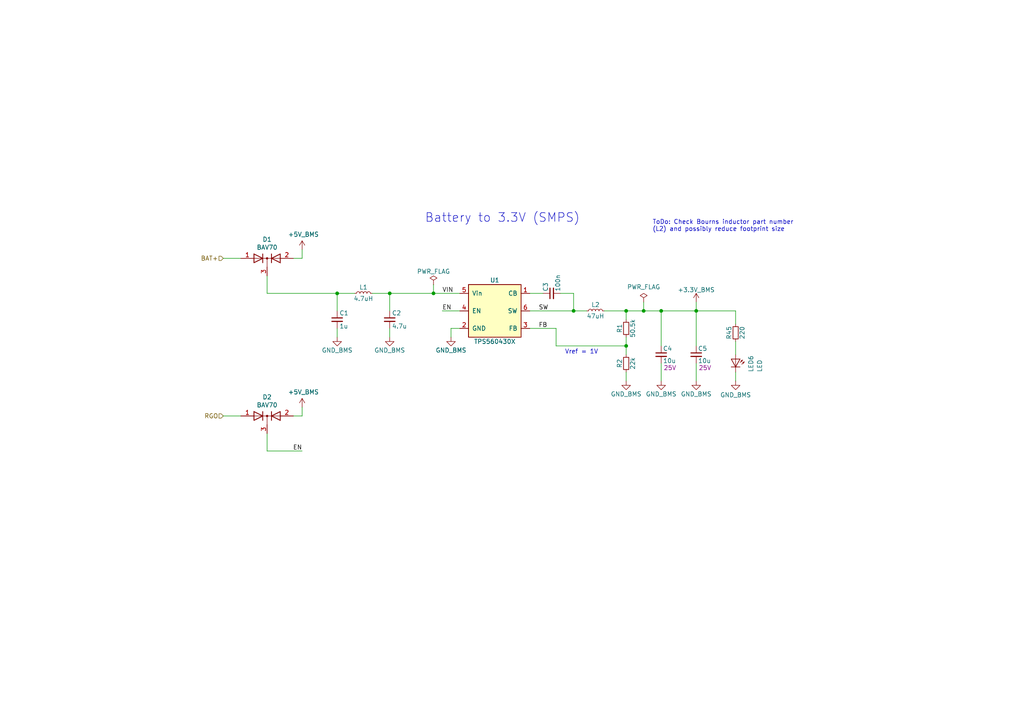
<source format=kicad_sch>
(kicad_sch
	(version 20250114)
	(generator "eeschema")
	(generator_version "9.0")
	(uuid "3393232d-615b-43d6-8911-68065acd57ad")
	(paper "A4")
	(lib_symbols
		(symbol "Device:L_Small"
			(pin_numbers
				(hide yes)
			)
			(pin_names
				(offset 0.254)
				(hide yes)
			)
			(exclude_from_sim no)
			(in_bom yes)
			(on_board yes)
			(property "Reference" "L"
				(at 0.762 1.016 0)
				(effects
					(font
						(size 1.27 1.27)
					)
					(justify left)
				)
			)
			(property "Value" "L_Small"
				(at 0.762 -1.016 0)
				(effects
					(font
						(size 1.27 1.27)
					)
					(justify left)
				)
			)
			(property "Footprint" ""
				(at 0 0 0)
				(effects
					(font
						(size 1.27 1.27)
					)
					(hide yes)
				)
			)
			(property "Datasheet" "~"
				(at 0 0 0)
				(effects
					(font
						(size 1.27 1.27)
					)
					(hide yes)
				)
			)
			(property "Description" "Inductor, small symbol"
				(at 0 0 0)
				(effects
					(font
						(size 1.27 1.27)
					)
					(hide yes)
				)
			)
			(property "ki_keywords" "inductor choke coil reactor magnetic"
				(at 0 0 0)
				(effects
					(font
						(size 1.27 1.27)
					)
					(hide yes)
				)
			)
			(property "ki_fp_filters" "Choke_* *Coil* Inductor_* L_*"
				(at 0 0 0)
				(effects
					(font
						(size 1.27 1.27)
					)
					(hide yes)
				)
			)
			(symbol "L_Small_0_1"
				(arc
					(start 0 2.032)
					(mid 0.5058 1.524)
					(end 0 1.016)
					(stroke
						(width 0)
						(type default)
					)
					(fill
						(type none)
					)
				)
				(arc
					(start 0 1.016)
					(mid 0.5058 0.508)
					(end 0 0)
					(stroke
						(width 0)
						(type default)
					)
					(fill
						(type none)
					)
				)
				(arc
					(start 0 0)
					(mid 0.5058 -0.508)
					(end 0 -1.016)
					(stroke
						(width 0)
						(type default)
					)
					(fill
						(type none)
					)
				)
				(arc
					(start 0 -1.016)
					(mid 0.5058 -1.524)
					(end 0 -2.032)
					(stroke
						(width 0)
						(type default)
					)
					(fill
						(type none)
					)
				)
			)
			(symbol "L_Small_1_1"
				(pin passive line
					(at 0 2.54 270)
					(length 0.508)
					(name "~"
						(effects
							(font
								(size 1.27 1.27)
							)
						)
					)
					(number "1"
						(effects
							(font
								(size 1.27 1.27)
							)
						)
					)
				)
				(pin passive line
					(at 0 -2.54 90)
					(length 0.508)
					(name "~"
						(effects
							(font
								(size 1.27 1.27)
							)
						)
					)
					(number "2"
						(effects
							(font
								(size 1.27 1.27)
							)
						)
					)
				)
			)
			(embedded_fonts no)
		)
		(symbol "Diode:BAV70"
			(pin_names
				(hide yes)
			)
			(exclude_from_sim no)
			(in_bom yes)
			(on_board yes)
			(property "Reference" "D"
				(at 0.635 -2.54 0)
				(effects
					(font
						(size 1.27 1.27)
					)
					(justify left)
				)
			)
			(property "Value" "BAV70"
				(at 0 2.54 0)
				(effects
					(font
						(size 1.27 1.27)
					)
				)
			)
			(property "Footprint" "Package_TO_SOT_SMD:SOT-23"
				(at 0 0 0)
				(effects
					(font
						(size 1.27 1.27)
					)
					(hide yes)
				)
			)
			(property "Datasheet" "https://assets.nexperia.com/documents/data-sheet/BAV70_SER.pdf"
				(at 0 0 0)
				(effects
					(font
						(size 1.27 1.27)
					)
					(hide yes)
				)
			)
			(property "Description" "Dual 100V 215mA high-speed switching diodes, common cathode, SOT-23"
				(at 0 0 0)
				(effects
					(font
						(size 1.27 1.27)
					)
					(hide yes)
				)
			)
			(property "ki_keywords" "diode"
				(at 0 0 0)
				(effects
					(font
						(size 1.27 1.27)
					)
					(hide yes)
				)
			)
			(property "ki_fp_filters" "SOT?23*"
				(at 0 0 0)
				(effects
					(font
						(size 1.27 1.27)
					)
					(hide yes)
				)
			)
			(symbol "BAV70_0_1"
				(polyline
					(pts
						(xy -3.81 1.27) (xy -1.27 0) (xy -3.81 -1.27) (xy -3.81 1.27) (xy -3.81 1.27) (xy -3.81 1.27)
					)
					(stroke
						(width 0.254)
						(type default)
					)
					(fill
						(type none)
					)
				)
				(polyline
					(pts
						(xy -3.81 0) (xy 3.81 0)
					)
					(stroke
						(width 0)
						(type default)
					)
					(fill
						(type none)
					)
				)
				(polyline
					(pts
						(xy -1.27 -1.27) (xy -1.27 1.27) (xy -1.27 1.27)
					)
					(stroke
						(width 0.254)
						(type default)
					)
					(fill
						(type none)
					)
				)
				(polyline
					(pts
						(xy 0 0) (xy 0 -2.54)
					)
					(stroke
						(width 0)
						(type default)
					)
					(fill
						(type none)
					)
				)
				(circle
					(center 0 0)
					(radius 0.254)
					(stroke
						(width 0)
						(type default)
					)
					(fill
						(type outline)
					)
				)
				(polyline
					(pts
						(xy 1.27 -1.27) (xy 1.27 1.27) (xy 1.27 1.27)
					)
					(stroke
						(width 0.254)
						(type default)
					)
					(fill
						(type none)
					)
				)
				(polyline
					(pts
						(xy 3.81 -1.27) (xy 1.27 0) (xy 3.81 1.27) (xy 3.81 -1.27) (xy 3.81 -1.27) (xy 3.81 -1.27)
					)
					(stroke
						(width 0.254)
						(type default)
					)
					(fill
						(type none)
					)
				)
				(pin passive line
					(at -7.62 0 0)
					(length 3.81)
					(name "A"
						(effects
							(font
								(size 1.27 1.27)
							)
						)
					)
					(number "1"
						(effects
							(font
								(size 1.27 1.27)
							)
						)
					)
				)
				(pin passive line
					(at 0 -5.08 90)
					(length 2.54)
					(name "K"
						(effects
							(font
								(size 1.27 1.27)
							)
						)
					)
					(number "3"
						(effects
							(font
								(size 1.27 1.27)
							)
						)
					)
				)
				(pin passive line
					(at 7.62 0 180)
					(length 3.81)
					(name "A"
						(effects
							(font
								(size 1.27 1.27)
							)
						)
					)
					(number "2"
						(effects
							(font
								(size 1.27 1.27)
							)
						)
					)
				)
			)
			(embedded_fonts no)
		)
		(symbol "LibreSolar:LMR16006"
			(pin_names
				(offset 1.016)
			)
			(exclude_from_sim no)
			(in_bom yes)
			(on_board yes)
			(property "Reference" "U"
				(at 0 8.89 0)
				(effects
					(font
						(size 1.27 1.27)
					)
				)
			)
			(property "Value" "LMR16006"
				(at 0 -8.89 0)
				(effects
					(font
						(size 1.27 1.27)
					)
				)
			)
			(property "Footprint" "TO_SOT_Packages_SMD:SOT-23-6"
				(at 0 -11.43 0)
				(effects
					(font
						(size 1.27 1.27)
					)
					(hide yes)
				)
			)
			(property "Datasheet" ""
				(at -10.16 10.16 0)
				(effects
					(font
						(size 1.27 1.27)
					)
				)
			)
			(property "Description" "SIMPLE SWITCHER® 4V to 60V, 600mA Step-Down Regulator with Low Iq"
				(at 0 0 0)
				(effects
					(font
						(size 1.27 1.27)
					)
					(hide yes)
				)
			)
			(property "ki_keywords" "switching buck converter power-supply voltage regulator"
				(at 0 0 0)
				(effects
					(font
						(size 1.27 1.27)
					)
					(hide yes)
				)
			)
			(property "ki_fp_filters" "SOT-23-*"
				(at 0 0 0)
				(effects
					(font
						(size 1.27 1.27)
					)
					(hide yes)
				)
			)
			(symbol "LMR16006_0_1"
				(rectangle
					(start -7.62 7.62)
					(end 7.62 -7.62)
					(stroke
						(width 0.254)
						(type default)
					)
					(fill
						(type background)
					)
				)
			)
			(symbol "LMR16006_1_1"
				(pin power_in line
					(at -10.16 5.08 0)
					(length 2.54)
					(name "Vin"
						(effects
							(font
								(size 1.27 1.27)
							)
						)
					)
					(number "5"
						(effects
							(font
								(size 1.27 1.27)
							)
						)
					)
				)
				(pin input line
					(at -10.16 0 0)
					(length 2.54)
					(name "EN"
						(effects
							(font
								(size 1.27 1.27)
							)
						)
					)
					(number "4"
						(effects
							(font
								(size 1.27 1.27)
							)
						)
					)
				)
				(pin power_in line
					(at -10.16 -5.08 0)
					(length 2.54)
					(name "GND"
						(effects
							(font
								(size 1.27 1.27)
							)
						)
					)
					(number "2"
						(effects
							(font
								(size 1.27 1.27)
							)
						)
					)
				)
				(pin output line
					(at 10.16 5.08 180)
					(length 2.54)
					(name "CB"
						(effects
							(font
								(size 1.27 1.27)
							)
						)
					)
					(number "1"
						(effects
							(font
								(size 1.27 1.27)
							)
						)
					)
				)
				(pin bidirectional line
					(at 10.16 0 180)
					(length 2.54)
					(name "SW"
						(effects
							(font
								(size 1.27 1.27)
							)
						)
					)
					(number "6"
						(effects
							(font
								(size 1.27 1.27)
							)
						)
					)
				)
				(pin input line
					(at 10.16 -5.08 180)
					(length 2.54)
					(name "FB"
						(effects
							(font
								(size 1.27 1.27)
							)
						)
					)
					(number "3"
						(effects
							(font
								(size 1.27 1.27)
							)
						)
					)
				)
			)
			(embedded_fonts no)
		)
		(symbol "Project:C"
			(pin_numbers
				(hide yes)
			)
			(pin_names
				(offset 0.254)
				(hide yes)
			)
			(exclude_from_sim no)
			(in_bom yes)
			(on_board yes)
			(property "Reference" "C"
				(at 0.635 1.905 0)
				(effects
					(font
						(size 1.27 1.27)
					)
					(justify left)
				)
			)
			(property "Value" "C"
				(at 0.635 -1.905 0)
				(effects
					(font
						(size 1.27 1.27)
					)
					(justify left)
				)
			)
			(property "Footprint" ""
				(at 0 -5.08 0)
				(effects
					(font
						(size 1.27 1.27)
					)
					(hide yes)
				)
			)
			(property "Datasheet" ""
				(at 0.635 1.905 0)
				(effects
					(font
						(size 1.27 1.27)
					)
				)
			)
			(property "Description" "Unpolarized capacitor"
				(at 0 0 0)
				(effects
					(font
						(size 1.27 1.27)
					)
					(hide yes)
				)
			)
			(property "ki_fp_filters" "C? C_????_* C_???? SMD*_c Capacitor*"
				(at 0 0 0)
				(effects
					(font
						(size 1.27 1.27)
					)
					(hide yes)
				)
			)
			(symbol "C_0_1"
				(polyline
					(pts
						(xy -1.524 0.508) (xy 0 0.508) (xy 1.524 0.508)
					)
					(stroke
						(width 0.3048)
						(type solid)
					)
					(fill
						(type none)
					)
				)
				(polyline
					(pts
						(xy -1.524 -0.508) (xy 1.524 -0.508)
					)
					(stroke
						(width 0.3302)
						(type solid)
					)
					(fill
						(type none)
					)
				)
			)
			(symbol "C_1_1"
				(pin passive line
					(at 0 2.54 270)
					(length 1.905)
					(name "~"
						(effects
							(font
								(size 1.016 1.016)
							)
						)
					)
					(number "1"
						(effects
							(font
								(size 1.016 1.016)
							)
						)
					)
				)
				(pin passive line
					(at 0 -2.54 90)
					(length 2.032)
					(name "~"
						(effects
							(font
								(size 1.016 1.016)
							)
						)
					)
					(number "2"
						(effects
							(font
								(size 1.016 1.016)
							)
						)
					)
				)
			)
			(embedded_fonts no)
		)
		(symbol "Project:D_LED"
			(pin_numbers
				(hide yes)
			)
			(pin_names
				(offset 1.016)
				(hide yes)
			)
			(exclude_from_sim no)
			(in_bom yes)
			(on_board yes)
			(property "Reference" "D"
				(at 3.175 1.27 0)
				(effects
					(font
						(size 1.27 1.27)
					)
					(justify left)
				)
			)
			(property "Value" "D_LED"
				(at 3.175 -1.27 0)
				(effects
					(font
						(size 1.27 1.27)
					)
					(justify left)
				)
			)
			(property "Footprint" ""
				(at 0.635 -1.27 0)
				(effects
					(font
						(size 1.27 1.27)
					)
					(hide yes)
				)
			)
			(property "Datasheet" ""
				(at 3.175 1.27 0)
				(effects
					(font
						(size 1.27 1.27)
					)
					(hide yes)
				)
			)
			(property "Description" ""
				(at 0 0 0)
				(effects
					(font
						(size 1.27 1.27)
					)
					(hide yes)
				)
			)
			(property "ki_fp_filters" "LED*"
				(at 0 0 0)
				(effects
					(font
						(size 1.27 1.27)
					)
					(hide yes)
				)
			)
			(symbol "D_LED_0_1"
				(polyline
					(pts
						(xy 0 -1.27) (xy 0 1.27)
					)
					(stroke
						(width 0)
						(type solid)
					)
					(fill
						(type none)
					)
				)
				(polyline
					(pts
						(xy 1.27 1.27) (xy -1.27 1.27) (xy 0 -1.016) (xy 1.27 1.27)
					)
					(stroke
						(width 0.2032)
						(type solid)
					)
					(fill
						(type none)
					)
				)
				(polyline
					(pts
						(xy 1.27 0.254) (xy 1.524 0.508) (xy 2.032 1.016) (xy 1.524 0.762) (xy 2.032 1.016) (xy 1.778 0.508)
					)
					(stroke
						(width 0)
						(type solid)
					)
					(fill
						(type none)
					)
				)
				(polyline
					(pts
						(xy 1.27 -1.016) (xy -1.27 -1.016)
					)
					(stroke
						(width 0.2032)
						(type solid)
					)
					(fill
						(type none)
					)
				)
				(polyline
					(pts
						(xy 1.778 -0.254) (xy 2.54 0.508) (xy 2.032 0.254) (xy 2.54 0.508) (xy 2.286 0)
					)
					(stroke
						(width 0)
						(type solid)
					)
					(fill
						(type none)
					)
				)
			)
			(symbol "D_LED_1_1"
				(pin passive line
					(at 0 2.54 270)
					(length 1.27)
					(name "A"
						(effects
							(font
								(size 1.27 1.27)
							)
						)
					)
					(number "2"
						(effects
							(font
								(size 1.27 1.27)
							)
						)
					)
				)
				(pin passive line
					(at 0 -2.54 90)
					(length 1.27)
					(name "K"
						(effects
							(font
								(size 1.27 1.27)
							)
						)
					)
					(number "1"
						(effects
							(font
								(size 1.27 1.27)
							)
						)
					)
				)
			)
			(embedded_fonts no)
		)
		(symbol "Project:R"
			(pin_numbers
				(hide yes)
			)
			(pin_names
				(offset 0.254)
				(hide yes)
			)
			(exclude_from_sim no)
			(in_bom yes)
			(on_board yes)
			(property "Reference" "R"
				(at -1.905 0 90)
				(effects
					(font
						(size 1.27 1.27)
					)
				)
			)
			(property "Value" "R"
				(at 1.905 0 90)
				(effects
					(font
						(size 1.27 1.27)
					)
				)
			)
			(property "Footprint" ""
				(at -4.445 -2.54 90)
				(effects
					(font
						(size 1.27 1.27)
					)
					(hide yes)
				)
			)
			(property "Datasheet" ""
				(at 0 0 0)
				(effects
					(font
						(size 1.27 1.27)
					)
				)
			)
			(property "Description" "Resistor"
				(at 0 0 0)
				(effects
					(font
						(size 1.27 1.27)
					)
					(hide yes)
				)
			)
			(property "ki_fp_filters" "Resistor_* R_*"
				(at 0 0 0)
				(effects
					(font
						(size 1.27 1.27)
					)
					(hide yes)
				)
			)
			(symbol "R_0_1"
				(rectangle
					(start -0.762 1.778)
					(end 0.762 -1.778)
					(stroke
						(width 0.2032)
						(type solid)
					)
					(fill
						(type none)
					)
				)
			)
			(symbol "R_1_1"
				(pin passive line
					(at 0 2.54 270)
					(length 0.762)
					(name "~"
						(effects
							(font
								(size 1.016 1.016)
							)
						)
					)
					(number "1"
						(effects
							(font
								(size 1.016 1.016)
							)
						)
					)
				)
				(pin passive line
					(at 0 -2.54 90)
					(length 0.762)
					(name "~"
						(effects
							(font
								(size 1.016 1.016)
							)
						)
					)
					(number "2"
						(effects
							(font
								(size 1.016 1.016)
							)
						)
					)
				)
			)
			(embedded_fonts no)
		)
		(symbol "bms-8s50-ic-rescue:+3.3V-power"
			(power)
			(pin_names
				(offset 0)
			)
			(exclude_from_sim no)
			(in_bom yes)
			(on_board yes)
			(property "Reference" "#PWR"
				(at 0 -3.81 0)
				(effects
					(font
						(size 1.27 1.27)
					)
					(hide yes)
				)
			)
			(property "Value" "power_+3.3V"
				(at 0 3.556 0)
				(effects
					(font
						(size 1.27 1.27)
					)
				)
			)
			(property "Footprint" ""
				(at 0 0 0)
				(effects
					(font
						(size 1.27 1.27)
					)
					(hide yes)
				)
			)
			(property "Datasheet" ""
				(at 0 0 0)
				(effects
					(font
						(size 1.27 1.27)
					)
					(hide yes)
				)
			)
			(property "Description" ""
				(at 0 0 0)
				(effects
					(font
						(size 1.27 1.27)
					)
					(hide yes)
				)
			)
			(symbol "+3.3V-power_0_1"
				(polyline
					(pts
						(xy -0.762 1.27) (xy 0 2.54)
					)
					(stroke
						(width 0)
						(type solid)
					)
					(fill
						(type none)
					)
				)
				(polyline
					(pts
						(xy 0 2.54) (xy 0.762 1.27)
					)
					(stroke
						(width 0)
						(type solid)
					)
					(fill
						(type none)
					)
				)
				(polyline
					(pts
						(xy 0 0) (xy 0 2.54)
					)
					(stroke
						(width 0)
						(type solid)
					)
					(fill
						(type none)
					)
				)
			)
			(symbol "+3.3V-power_1_1"
				(pin power_in line
					(at 0 0 90)
					(length 0)
					(hide yes)
					(name "+3V3"
						(effects
							(font
								(size 1.27 1.27)
							)
						)
					)
					(number "1"
						(effects
							(font
								(size 1.27 1.27)
							)
						)
					)
				)
			)
			(embedded_fonts no)
		)
		(symbol "bms-8s50-ic-rescue:+5V-power"
			(power)
			(pin_names
				(offset 0)
			)
			(exclude_from_sim no)
			(in_bom yes)
			(on_board yes)
			(property "Reference" "#PWR"
				(at 0 -3.81 0)
				(effects
					(font
						(size 1.27 1.27)
					)
					(hide yes)
				)
			)
			(property "Value" "power_+5V"
				(at 0 3.556 0)
				(effects
					(font
						(size 1.27 1.27)
					)
				)
			)
			(property "Footprint" ""
				(at 0 0 0)
				(effects
					(font
						(size 1.27 1.27)
					)
					(hide yes)
				)
			)
			(property "Datasheet" ""
				(at 0 0 0)
				(effects
					(font
						(size 1.27 1.27)
					)
					(hide yes)
				)
			)
			(property "Description" ""
				(at 0 0 0)
				(effects
					(font
						(size 1.27 1.27)
					)
					(hide yes)
				)
			)
			(symbol "+5V-power_0_1"
				(polyline
					(pts
						(xy -0.762 1.27) (xy 0 2.54)
					)
					(stroke
						(width 0)
						(type solid)
					)
					(fill
						(type none)
					)
				)
				(polyline
					(pts
						(xy 0 2.54) (xy 0.762 1.27)
					)
					(stroke
						(width 0)
						(type solid)
					)
					(fill
						(type none)
					)
				)
				(polyline
					(pts
						(xy 0 0) (xy 0 2.54)
					)
					(stroke
						(width 0)
						(type solid)
					)
					(fill
						(type none)
					)
				)
			)
			(symbol "+5V-power_1_1"
				(pin power_in line
					(at 0 0 90)
					(length 0)
					(hide yes)
					(name "+5V"
						(effects
							(font
								(size 1.27 1.27)
							)
						)
					)
					(number "1"
						(effects
							(font
								(size 1.27 1.27)
							)
						)
					)
				)
			)
			(embedded_fonts no)
		)
		(symbol "bms-8s50-ic-rescue:GND-power"
			(power)
			(pin_names
				(offset 0)
			)
			(exclude_from_sim no)
			(in_bom yes)
			(on_board yes)
			(property "Reference" "#PWR"
				(at 0 -6.35 0)
				(effects
					(font
						(size 1.27 1.27)
					)
					(hide yes)
				)
			)
			(property "Value" "power_GND"
				(at 0 -3.81 0)
				(effects
					(font
						(size 1.27 1.27)
					)
				)
			)
			(property "Footprint" ""
				(at 0 0 0)
				(effects
					(font
						(size 1.27 1.27)
					)
					(hide yes)
				)
			)
			(property "Datasheet" ""
				(at 0 0 0)
				(effects
					(font
						(size 1.27 1.27)
					)
					(hide yes)
				)
			)
			(property "Description" ""
				(at 0 0 0)
				(effects
					(font
						(size 1.27 1.27)
					)
					(hide yes)
				)
			)
			(symbol "GND-power_0_1"
				(polyline
					(pts
						(xy 0 0) (xy 0 -1.27) (xy 1.27 -1.27) (xy 0 -2.54) (xy -1.27 -1.27) (xy 0 -1.27)
					)
					(stroke
						(width 0)
						(type solid)
					)
					(fill
						(type none)
					)
				)
			)
			(symbol "GND-power_1_1"
				(pin power_in line
					(at 0 0 270)
					(length 0)
					(hide yes)
					(name "GND"
						(effects
							(font
								(size 1.27 1.27)
							)
						)
					)
					(number "1"
						(effects
							(font
								(size 1.27 1.27)
							)
						)
					)
				)
			)
			(embedded_fonts no)
		)
		(symbol "bms-8s50-ic-rescue:PWR_FLAG-power"
			(power)
			(pin_numbers
				(hide yes)
			)
			(pin_names
				(offset 0)
				(hide yes)
			)
			(exclude_from_sim no)
			(in_bom yes)
			(on_board yes)
			(property "Reference" "#FLG"
				(at 0 1.905 0)
				(effects
					(font
						(size 1.27 1.27)
					)
					(hide yes)
				)
			)
			(property "Value" "power_PWR_FLAG"
				(at 0 3.81 0)
				(effects
					(font
						(size 1.27 1.27)
					)
				)
			)
			(property "Footprint" ""
				(at 0 0 0)
				(effects
					(font
						(size 1.27 1.27)
					)
					(hide yes)
				)
			)
			(property "Datasheet" ""
				(at 0 0 0)
				(effects
					(font
						(size 1.27 1.27)
					)
					(hide yes)
				)
			)
			(property "Description" ""
				(at 0 0 0)
				(effects
					(font
						(size 1.27 1.27)
					)
					(hide yes)
				)
			)
			(symbol "PWR_FLAG-power_0_0"
				(pin power_out line
					(at 0 0 90)
					(length 0)
					(name "pwr"
						(effects
							(font
								(size 1.27 1.27)
							)
						)
					)
					(number "1"
						(effects
							(font
								(size 1.27 1.27)
							)
						)
					)
				)
			)
			(symbol "PWR_FLAG-power_0_1"
				(polyline
					(pts
						(xy 0 0) (xy 0 1.27) (xy -1.016 1.905) (xy 0 2.54) (xy 1.016 1.905) (xy 0 1.27)
					)
					(stroke
						(width 0)
						(type solid)
					)
					(fill
						(type none)
					)
				)
			)
			(embedded_fonts no)
		)
		(symbol "power:GND"
			(power)
			(pin_numbers
				(hide yes)
			)
			(pin_names
				(offset 0)
				(hide yes)
			)
			(exclude_from_sim no)
			(in_bom yes)
			(on_board yes)
			(property "Reference" "#PWR"
				(at 0 -6.35 0)
				(effects
					(font
						(size 1.27 1.27)
					)
					(hide yes)
				)
			)
			(property "Value" "GND"
				(at 0 -3.81 0)
				(effects
					(font
						(size 1.27 1.27)
					)
				)
			)
			(property "Footprint" ""
				(at 0 0 0)
				(effects
					(font
						(size 1.27 1.27)
					)
					(hide yes)
				)
			)
			(property "Datasheet" ""
				(at 0 0 0)
				(effects
					(font
						(size 1.27 1.27)
					)
					(hide yes)
				)
			)
			(property "Description" "Power symbol creates a global label with name \"GND\" , ground"
				(at 0 0 0)
				(effects
					(font
						(size 1.27 1.27)
					)
					(hide yes)
				)
			)
			(property "ki_keywords" "global power"
				(at 0 0 0)
				(effects
					(font
						(size 1.27 1.27)
					)
					(hide yes)
				)
			)
			(symbol "GND_0_1"
				(polyline
					(pts
						(xy 0 0) (xy 0 -1.27) (xy 1.27 -1.27) (xy 0 -2.54) (xy -1.27 -1.27) (xy 0 -1.27)
					)
					(stroke
						(width 0)
						(type default)
					)
					(fill
						(type none)
					)
				)
			)
			(symbol "GND_1_1"
				(pin power_in line
					(at 0 0 270)
					(length 0)
					(name "~"
						(effects
							(font
								(size 1.27 1.27)
							)
						)
					)
					(number "1"
						(effects
							(font
								(size 1.27 1.27)
							)
						)
					)
				)
			)
			(embedded_fonts no)
		)
	)
	(text "ToDo: Check Bourns inductor part number\n(L2) and possibly reduce footprint size"
		(exclude_from_sim no)
		(at 189.23 67.31 0)
		(effects
			(font
				(size 1.27 1.27)
			)
			(justify left bottom)
		)
		(uuid "8bd12db5-9df9-4e9d-b0bb-5a45d7310d75")
	)
	(text "Battery to 3.3V (SMPS)"
		(exclude_from_sim no)
		(at 123.19 64.77 0)
		(effects
			(font
				(size 2.54 2.54)
			)
			(justify left bottom)
		)
		(uuid "ec7601d3-8862-4bdf-b569-aa5d1cc6519d")
	)
	(text "Vref = 1V"
		(exclude_from_sim no)
		(at 163.83 102.87 0)
		(effects
			(font
				(size 1.27 1.27)
			)
			(justify left bottom)
		)
		(uuid "f697f665-ad61-4237-9572-f7a7a77f11ad")
	)
	(junction
		(at 97.79 85.09)
		(diameter 0)
		(color 0 0 0 0)
		(uuid "05a27e99-7514-430b-add3-3a0203c48a68")
	)
	(junction
		(at 201.93 90.17)
		(diameter 0)
		(color 0 0 0 0)
		(uuid "1aa8ffcf-f513-479b-ac0c-5ed04e453549")
	)
	(junction
		(at 186.69 90.17)
		(diameter 0)
		(color 0 0 0 0)
		(uuid "27db5171-ff89-4944-a99b-c52b720dc462")
	)
	(junction
		(at 166.37 90.17)
		(diameter 0)
		(color 0 0 0 0)
		(uuid "4a4004a0-fd47-45ce-a73a-02b0afdf55fd")
	)
	(junction
		(at 181.61 90.17)
		(diameter 0)
		(color 0 0 0 0)
		(uuid "6fc39f1e-eae8-4b5e-8424-e7aa8796950e")
	)
	(junction
		(at 191.77 90.17)
		(diameter 0)
		(color 0 0 0 0)
		(uuid "78717f9b-bc26-4fde-b296-71725dfcaa4a")
	)
	(junction
		(at 125.73 85.09)
		(diameter 0)
		(color 0 0 0 0)
		(uuid "889c336b-c61c-4bfa-b362-96f60bb6ee99")
	)
	(junction
		(at 113.03 85.09)
		(diameter 0)
		(color 0 0 0 0)
		(uuid "d2fbf69a-96f7-41ea-aa1a-d829170091ea")
	)
	(junction
		(at 181.61 100.33)
		(diameter 0)
		(color 0 0 0 0)
		(uuid "f0c8b0f1-6736-4e15-840a-64344702312f")
	)
	(wire
		(pts
			(xy 133.35 90.17) (xy 128.27 90.17)
		)
		(stroke
			(width 0)
			(type default)
		)
		(uuid "03bb36b5-637d-4a3f-888c-366850c4826e")
	)
	(wire
		(pts
			(xy 77.47 85.09) (xy 97.79 85.09)
		)
		(stroke
			(width 0)
			(type default)
		)
		(uuid "080a1bf9-5847-4dfd-bbca-27ecdfd8d945")
	)
	(wire
		(pts
			(xy 191.77 90.17) (xy 191.77 100.33)
		)
		(stroke
			(width 0)
			(type default)
		)
		(uuid "0ba8d69c-c31c-49da-928d-c709e77bddbf")
	)
	(wire
		(pts
			(xy 113.03 85.09) (xy 125.73 85.09)
		)
		(stroke
			(width 0)
			(type default)
		)
		(uuid "0ff9a581-8ca1-48eb-8629-9e2443790a74")
	)
	(wire
		(pts
			(xy 113.03 90.17) (xy 113.03 85.09)
		)
		(stroke
			(width 0)
			(type default)
		)
		(uuid "10c289d4-8343-4e07-8881-4d1c11a95dd1")
	)
	(wire
		(pts
			(xy 64.77 120.65) (xy 69.85 120.65)
		)
		(stroke
			(width 0)
			(type default)
		)
		(uuid "14958292-d4cb-4170-909f-038a22aff347")
	)
	(wire
		(pts
			(xy 125.73 85.09) (xy 133.35 85.09)
		)
		(stroke
			(width 0)
			(type default)
		)
		(uuid "15280371-715f-47df-be07-0a198958dd48")
	)
	(wire
		(pts
			(xy 186.69 87.63) (xy 186.69 90.17)
		)
		(stroke
			(width 0)
			(type default)
		)
		(uuid "17dfcebe-afd7-4f12-8074-699168a7c7d6")
	)
	(wire
		(pts
			(xy 153.67 95.25) (xy 161.29 95.25)
		)
		(stroke
			(width 0)
			(type default)
		)
		(uuid "18fe3e48-af77-4ed4-8578-c79c76c21a37")
	)
	(wire
		(pts
			(xy 87.63 118.11) (xy 87.63 120.65)
		)
		(stroke
			(width 0)
			(type default)
		)
		(uuid "26201025-c695-4c01-9f61-5e1270a5f069")
	)
	(wire
		(pts
			(xy 87.63 120.65) (xy 85.09 120.65)
		)
		(stroke
			(width 0)
			(type default)
		)
		(uuid "2acb66ac-4f1c-4d36-947c-077cad5fd4f0")
	)
	(wire
		(pts
			(xy 166.37 90.17) (xy 170.18 90.17)
		)
		(stroke
			(width 0)
			(type default)
		)
		(uuid "34483dbd-ed5c-4270-b8ba-5d9f70ed2171")
	)
	(wire
		(pts
			(xy 213.36 102.87) (xy 213.36 99.06)
		)
		(stroke
			(width 0)
			(type default)
		)
		(uuid "3a8b7aab-22d3-4687-aa98-545e7f32ab06")
	)
	(wire
		(pts
			(xy 186.69 90.17) (xy 191.77 90.17)
		)
		(stroke
			(width 0)
			(type default)
		)
		(uuid "3b015597-0102-4cf8-bcc3-691486adb608")
	)
	(wire
		(pts
			(xy 77.47 80.01) (xy 77.47 85.09)
		)
		(stroke
			(width 0)
			(type default)
		)
		(uuid "4d3df8bb-f393-4a52-beec-ca9f2864e25c")
	)
	(wire
		(pts
			(xy 161.29 95.25) (xy 161.29 100.33)
		)
		(stroke
			(width 0)
			(type default)
		)
		(uuid "4f92aa5b-c2c5-4159-acc4-7a1eabdcabb8")
	)
	(wire
		(pts
			(xy 201.93 87.63) (xy 201.93 90.17)
		)
		(stroke
			(width 0)
			(type default)
		)
		(uuid "5265d05c-d0b8-4cdc-b311-65937c076bed")
	)
	(wire
		(pts
			(xy 97.79 85.09) (xy 97.79 90.17)
		)
		(stroke
			(width 0)
			(type default)
		)
		(uuid "5982acdf-e37c-4411-9792-973df9561be3")
	)
	(wire
		(pts
			(xy 201.93 90.17) (xy 213.36 90.17)
		)
		(stroke
			(width 0)
			(type default)
		)
		(uuid "5c3da010-da16-42d7-b13f-a5fa9846ef11")
	)
	(wire
		(pts
			(xy 166.37 85.09) (xy 166.37 90.17)
		)
		(stroke
			(width 0)
			(type default)
		)
		(uuid "618f3d02-8de5-41e5-b11b-bfe805286885")
	)
	(wire
		(pts
			(xy 213.36 107.95) (xy 213.36 110.49)
		)
		(stroke
			(width 0)
			(type default)
		)
		(uuid "63781d9e-6353-45e3-98af-dcd3c7d22dbf")
	)
	(wire
		(pts
			(xy 191.77 105.41) (xy 191.77 110.49)
		)
		(stroke
			(width 0)
			(type default)
		)
		(uuid "66433693-bd37-4a50-a886-e846039b881e")
	)
	(wire
		(pts
			(xy 201.93 105.41) (xy 201.93 110.49)
		)
		(stroke
			(width 0)
			(type default)
		)
		(uuid "69b313d2-c8ee-4f77-8393-c1c73c444874")
	)
	(wire
		(pts
			(xy 77.47 130.81) (xy 87.63 130.81)
		)
		(stroke
			(width 0)
			(type default)
		)
		(uuid "6c129754-d20e-4384-8c7c-7613e36ba8e7")
	)
	(wire
		(pts
			(xy 97.79 85.09) (xy 102.87 85.09)
		)
		(stroke
			(width 0)
			(type default)
		)
		(uuid "6f81b7b3-0b44-4802-b3e8-60c8e1e8c945")
	)
	(wire
		(pts
			(xy 153.67 90.17) (xy 166.37 90.17)
		)
		(stroke
			(width 0)
			(type default)
		)
		(uuid "74cdd378-3935-4f0d-a265-0b0241acee10")
	)
	(wire
		(pts
			(xy 181.61 100.33) (xy 181.61 102.87)
		)
		(stroke
			(width 0)
			(type default)
		)
		(uuid "77f2d3e0-f54b-4a52-a258-cca389a66cf8")
	)
	(wire
		(pts
			(xy 201.93 90.17) (xy 201.93 100.33)
		)
		(stroke
			(width 0)
			(type default)
		)
		(uuid "88258fa9-d3b5-4a0f-b928-a8c020d97e18")
	)
	(wire
		(pts
			(xy 113.03 97.79) (xy 113.03 95.25)
		)
		(stroke
			(width 0)
			(type default)
		)
		(uuid "8b60a150-7cfe-4553-9e87-98ebb170653c")
	)
	(wire
		(pts
			(xy 87.63 74.93) (xy 85.09 74.93)
		)
		(stroke
			(width 0)
			(type default)
		)
		(uuid "9487d37b-f461-43e4-8e79-9b714f988168")
	)
	(wire
		(pts
			(xy 130.81 95.25) (xy 133.35 95.25)
		)
		(stroke
			(width 0)
			(type default)
		)
		(uuid "97641956-b611-4b62-9bd2-e9a140f8e0e0")
	)
	(wire
		(pts
			(xy 130.81 95.25) (xy 130.81 97.79)
		)
		(stroke
			(width 0)
			(type default)
		)
		(uuid "97a098bb-b4b3-4cd6-a5de-bfeeb4950e12")
	)
	(wire
		(pts
			(xy 181.61 90.17) (xy 181.61 92.71)
		)
		(stroke
			(width 0)
			(type default)
		)
		(uuid "9aac2dd1-3137-4a16-b690-4f735fb1fe2c")
	)
	(wire
		(pts
			(xy 213.36 90.17) (xy 213.36 93.98)
		)
		(stroke
			(width 0)
			(type default)
		)
		(uuid "b3966b36-0125-4967-a2f8-a2550a86eb59")
	)
	(wire
		(pts
			(xy 181.61 110.49) (xy 181.61 107.95)
		)
		(stroke
			(width 0)
			(type default)
		)
		(uuid "c0473bad-3a12-4b4c-bcd5-a02297beb4a1")
	)
	(wire
		(pts
			(xy 161.29 100.33) (xy 181.61 100.33)
		)
		(stroke
			(width 0)
			(type default)
		)
		(uuid "c1ac3901-ef3a-4b27-a270-9fbeadb27bb4")
	)
	(wire
		(pts
			(xy 77.47 125.73) (xy 77.47 130.81)
		)
		(stroke
			(width 0)
			(type default)
		)
		(uuid "c484b4b1-3411-42ee-be69-2993756aba53")
	)
	(wire
		(pts
			(xy 87.63 72.39) (xy 87.63 74.93)
		)
		(stroke
			(width 0)
			(type default)
		)
		(uuid "d0cce8a7-393d-4a03-a370-22daf23330ef")
	)
	(wire
		(pts
			(xy 191.77 90.17) (xy 201.93 90.17)
		)
		(stroke
			(width 0)
			(type default)
		)
		(uuid "d141c3c4-6c92-407d-beb6-ed1094efe9c1")
	)
	(wire
		(pts
			(xy 97.79 97.79) (xy 97.79 95.25)
		)
		(stroke
			(width 0)
			(type default)
		)
		(uuid "d1ed35a8-5954-4059-be2e-3900cc304b71")
	)
	(wire
		(pts
			(xy 181.61 90.17) (xy 186.69 90.17)
		)
		(stroke
			(width 0)
			(type default)
		)
		(uuid "df15d367-4d86-41b4-b22f-e6c7868bfc5c")
	)
	(wire
		(pts
			(xy 175.26 90.17) (xy 181.61 90.17)
		)
		(stroke
			(width 0)
			(type default)
		)
		(uuid "df66ccf6-e309-4735-b26d-8cd2998cbdfc")
	)
	(wire
		(pts
			(xy 125.73 82.55) (xy 125.73 85.09)
		)
		(stroke
			(width 0)
			(type default)
		)
		(uuid "dfb85314-408c-4fe5-9ba2-512444607c06")
	)
	(wire
		(pts
			(xy 153.67 85.09) (xy 157.48 85.09)
		)
		(stroke
			(width 0)
			(type default)
		)
		(uuid "e0144ec4-03d4-49bb-886e-f43fad608879")
	)
	(wire
		(pts
			(xy 162.56 85.09) (xy 166.37 85.09)
		)
		(stroke
			(width 0)
			(type default)
		)
		(uuid "e54aa59f-ee4d-4bdf-965a-ea86190efa9e")
	)
	(wire
		(pts
			(xy 181.61 97.79) (xy 181.61 100.33)
		)
		(stroke
			(width 0)
			(type default)
		)
		(uuid "e8e7d6ac-1bf0-473c-bb49-01dd0a4e9fff")
	)
	(wire
		(pts
			(xy 69.85 74.93) (xy 64.77 74.93)
		)
		(stroke
			(width 0)
			(type default)
		)
		(uuid "f3e97a78-bc1f-409c-b1e9-42d876a4cd49")
	)
	(wire
		(pts
			(xy 107.95 85.09) (xy 113.03 85.09)
		)
		(stroke
			(width 0)
			(type default)
		)
		(uuid "fe69be27-a839-4326-a1c0-3ab819ee7090")
	)
	(label "SW"
		(at 156.21 90.17 0)
		(effects
			(font
				(size 1.27 1.27)
			)
			(justify left bottom)
		)
		(uuid "0731c792-baa4-470c-a35d-eb1dbe6ae6c2")
	)
	(label "EN"
		(at 87.63 130.81 180)
		(effects
			(font
				(size 1.27 1.27)
			)
			(justify right bottom)
		)
		(uuid "7e9c5201-bce6-4173-a2f8-067725f288da")
	)
	(label "FB"
		(at 156.21 95.25 0)
		(effects
			(font
				(size 1.27 1.27)
			)
			(justify left bottom)
		)
		(uuid "a37c78d7-80e0-4a77-9ef7-ba1d249cf850")
	)
	(label "EN"
		(at 128.27 90.17 0)
		(effects
			(font
				(size 1.27 1.27)
			)
			(justify left bottom)
		)
		(uuid "bd2a4cf0-34b3-4fec-abb6-4ee973441c22")
	)
	(label "VIN"
		(at 128.27 85.09 0)
		(effects
			(font
				(size 1.27 1.27)
			)
			(justify left bottom)
		)
		(uuid "d3cbb809-f2ba-47ec-bef8-4fdfb037d865")
	)
	(hierarchical_label "RGO"
		(shape input)
		(at 64.77 120.65 180)
		(effects
			(font
				(size 1.27 1.27)
			)
			(justify right)
		)
		(uuid "04e5fcf0-b3ec-415b-b179-cf9835785626")
	)
	(hierarchical_label "BAT+"
		(shape input)
		(at 64.77 74.93 180)
		(effects
			(font
				(size 1.27 1.27)
			)
			(justify right)
		)
		(uuid "cc5baba7-16f3-466b-bcb0-7ad0919ed732")
	)
	(symbol
		(lib_id "bms-8s50-ic-rescue:GND-power")
		(at 113.03 97.79 0)
		(unit 1)
		(exclude_from_sim no)
		(in_bom yes)
		(on_board yes)
		(dnp no)
		(uuid "09599eb8-8ca8-465f-b204-fecb7fd17580")
		(property "Reference" "#PWR065"
			(at 113.03 104.14 0)
			(effects
				(font
					(size 1.27 1.27)
				)
				(hide yes)
			)
		)
		(property "Value" "GND_BMS"
			(at 113.03 101.6 0)
			(effects
				(font
					(size 1.27 1.27)
				)
			)
		)
		(property "Footprint" ""
			(at 113.03 97.79 0)
			(effects
				(font
					(size 1.27 1.27)
				)
			)
		)
		(property "Datasheet" ""
			(at 113.03 97.79 0)
			(effects
				(font
					(size 1.27 1.27)
				)
			)
		)
		(property "Description" ""
			(at 113.03 97.79 0)
			(effects
				(font
					(size 1.27 1.27)
				)
				(hide yes)
			)
		)
		(pin "1"
			(uuid "cbb5c103-59e4-435a-ab2f-be00fbba14ca")
		)
		(instances
			(project "power_supply"
				(path "/3393232d-615b-43d6-8911-68065acd57ad"
					(reference "#PWR04")
					(unit 1)
				)
			)
			(project "power_supply"
				(path "/9f3d5417-5867-46b7-82ba-aa6fc05c5c88/a92f775e-c0c2-49ee-8011-82d82ba63276/55835bd7-dd7e-4e37-be82-7937ca6f4867"
					(reference "#PWR065")
					(unit 1)
				)
			)
		)
	)
	(symbol
		(lib_id "Project:C")
		(at 160.02 85.09 90)
		(unit 1)
		(exclude_from_sim no)
		(in_bom yes)
		(on_board yes)
		(dnp no)
		(uuid "107aef98-594d-47ca-b8a8-53b0e0e64c77")
		(property "Reference" "C34"
			(at 158.242 84.582 0)
			(effects
				(font
					(size 1.27 1.27)
				)
				(justify left)
			)
		)
		(property "Value" "100n"
			(at 161.798 84.582 0)
			(effects
				(font
					(size 1.27 1.27)
				)
				(justify left)
			)
		)
		(property "Footprint" "LibreSolar:C_0603_1608"
			(at 160.02 85.09 0)
			(effects
				(font
					(size 1.27 1.27)
				)
				(hide yes)
			)
		)
		(property "Datasheet" ""
			(at 160.02 85.09 0)
			(effects
				(font
					(size 1.27 1.27)
				)
			)
		)
		(property "Description" ""
			(at 160.02 85.09 0)
			(effects
				(font
					(size 1.27 1.27)
				)
				(hide yes)
			)
		)
		(property "Manufacturer" "Yageo"
			(at 215.9 203.2 0)
			(effects
				(font
					(size 1.27 1.27)
				)
				(hide yes)
			)
		)
		(property "PartNumber" "CC0603KRX7R9BB104"
			(at 215.9 203.2 0)
			(effects
				(font
					(size 1.27 1.27)
				)
				(hide yes)
			)
		)
		(pin "1"
			(uuid "0687cd06-d77b-4ed9-97aa-c5345ee7521e")
		)
		(pin "2"
			(uuid "1490397d-a368-4200-9847-39909c31ae13")
		)
		(instances
			(project "power_supply"
				(path "/3393232d-615b-43d6-8911-68065acd57ad"
					(reference "C3")
					(unit 1)
				)
			)
			(project "power_supply"
				(path "/9f3d5417-5867-46b7-82ba-aa6fc05c5c88/a92f775e-c0c2-49ee-8011-82d82ba63276/55835bd7-dd7e-4e37-be82-7937ca6f4867"
					(reference "C34")
					(unit 1)
				)
			)
		)
	)
	(symbol
		(lib_id "Project:D_LED")
		(at 213.36 105.41 0)
		(unit 1)
		(exclude_from_sim no)
		(in_bom yes)
		(on_board yes)
		(dnp no)
		(uuid "22d33ffe-af3e-4a88-ab61-355855658995")
		(property "Reference" "LED6"
			(at 217.805 107.95 90)
			(effects
				(font
					(size 1.27 1.27)
				)
				(justify left)
			)
		)
		(property "Value" "LED"
			(at 220.345 107.95 90)
			(effects
				(font
					(size 1.27 1.27)
				)
				(justify left)
			)
		)
		(property "Footprint" "LibreSolar:LED_0603_D3.0mm"
			(at 213.36 105.41 90)
			(effects
				(font
					(size 1.27 1.27)
				)
				(hide yes)
			)
		)
		(property "Datasheet" ""
			(at 213.36 105.41 90)
			(effects
				(font
					(size 1.27 1.27)
				)
			)
		)
		(property "Description" ""
			(at 213.36 105.41 0)
			(effects
				(font
					(size 1.27 1.27)
				)
				(hide yes)
			)
		)
		(pin "1"
			(uuid "6361d01d-2ed8-4262-9ee2-e53626d0e9ff")
		)
		(pin "2"
			(uuid "6965c643-3b55-49ce-aeaf-1b0bb3e04bbe")
		)
		(instances
			(project "EPS"
				(path "/9f3d5417-5867-46b7-82ba-aa6fc05c5c88/a92f775e-c0c2-49ee-8011-82d82ba63276/55835bd7-dd7e-4e37-be82-7937ca6f4867"
					(reference "LED6")
					(unit 1)
				)
			)
		)
	)
	(symbol
		(lib_id "Project:R")
		(at 213.36 96.52 0)
		(mirror x)
		(unit 1)
		(exclude_from_sim no)
		(in_bom yes)
		(on_board yes)
		(dnp no)
		(uuid "23019c71-54c7-427a-9df8-8089b3871835")
		(property "Reference" "R45"
			(at 211.455 96.52 90)
			(effects
				(font
					(size 1.27 1.27)
				)
			)
		)
		(property "Value" "220"
			(at 215.265 96.52 90)
			(effects
				(font
					(size 1.27 1.27)
				)
			)
		)
		(property "Footprint" "LibreSolar:R_0603_1608"
			(at 213.36 96.52 0)
			(effects
				(font
					(size 1.27 1.27)
				)
				(hide yes)
			)
		)
		(property "Datasheet" ""
			(at 213.36 96.52 0)
			(effects
				(font
					(size 1.27 1.27)
				)
			)
		)
		(property "Description" ""
			(at 213.36 96.52 0)
			(effects
				(font
					(size 1.27 1.27)
				)
				(hide yes)
			)
		)
		(property "Manufacturer" "Yageo"
			(at -27.94 -27.94 0)
			(effects
				(font
					(size 1.27 1.27)
				)
				(hide yes)
			)
		)
		(property "PartNumber" "RC0603FR-071KL"
			(at -27.94 -27.94 0)
			(effects
				(font
					(size 1.27 1.27)
				)
				(hide yes)
			)
		)
		(pin "1"
			(uuid "fa3adcb1-2739-4e8a-8fbb-c86eed5a5583")
		)
		(pin "2"
			(uuid "e2f37488-4df9-43a1-bd47-1a5c4de7cb99")
		)
		(instances
			(project "EPS"
				(path "/9f3d5417-5867-46b7-82ba-aa6fc05c5c88/a92f775e-c0c2-49ee-8011-82d82ba63276/55835bd7-dd7e-4e37-be82-7937ca6f4867"
					(reference "R45")
					(unit 1)
				)
			)
		)
	)
	(symbol
		(lib_id "bms-8s50-ic-rescue:PWR_FLAG-power")
		(at 125.73 82.55 0)
		(unit 1)
		(exclude_from_sim no)
		(in_bom yes)
		(on_board yes)
		(dnp no)
		(uuid "24a122ca-0e48-435e-a412-25db4a40ecde")
		(property "Reference" "#FLG03"
			(at 125.73 80.645 0)
			(effects
				(font
					(size 1.27 1.27)
				)
				(hide yes)
			)
		)
		(property "Value" "PWR_FLAG"
			(at 125.73 78.74 0)
			(effects
				(font
					(size 1.27 1.27)
				)
			)
		)
		(property "Footprint" ""
			(at 125.73 82.55 0)
			(effects
				(font
					(size 1.27 1.27)
				)
				(hide yes)
			)
		)
		(property "Datasheet" ""
			(at 125.73 82.55 0)
			(effects
				(font
					(size 1.27 1.27)
				)
				(hide yes)
			)
		)
		(property "Description" ""
			(at 125.73 82.55 0)
			(effects
				(font
					(size 1.27 1.27)
				)
				(hide yes)
			)
		)
		(pin "1"
			(uuid "258135b1-a343-407f-93c9-552f80d7f186")
		)
		(instances
			(project "power_supply"
				(path "/3393232d-615b-43d6-8911-68065acd57ad"
					(reference "#FLG01")
					(unit 1)
				)
			)
			(project "power_supply"
				(path "/9f3d5417-5867-46b7-82ba-aa6fc05c5c88/a92f775e-c0c2-49ee-8011-82d82ba63276/55835bd7-dd7e-4e37-be82-7937ca6f4867"
					(reference "#FLG03")
					(unit 1)
				)
			)
		)
	)
	(symbol
		(lib_id "Device:L_Small")
		(at 105.41 85.09 90)
		(unit 1)
		(exclude_from_sim no)
		(in_bom yes)
		(on_board yes)
		(dnp no)
		(uuid "27ca614a-c1c8-49eb-bec1-6f15b51624a7")
		(property "Reference" "L1"
			(at 105.41 83.312 90)
			(effects
				(font
					(size 1.27 1.27)
				)
			)
		)
		(property "Value" "4.7uH"
			(at 105.41 86.614 90)
			(effects
				(font
					(size 1.27 1.27)
				)
			)
		)
		(property "Footprint" "Inductor_SMD:L_0805_2012Metric"
			(at 105.41 85.09 90)
			(effects
				(font
					(size 1.27 1.27)
				)
				(hide yes)
			)
		)
		(property "Datasheet" ""
			(at 105.41 85.09 90)
			(effects
				(font
					(size 1.27 1.27)
				)
			)
		)
		(property "Description" ""
			(at 105.41 85.09 0)
			(effects
				(font
					(size 1.27 1.27)
				)
				(hide yes)
			)
		)
		(property "Manufacturer" "Murata"
			(at 161.29 153.67 0)
			(effects
				(font
					(size 1.27 1.27)
				)
				(hide yes)
			)
		)
		(property "PartNumber" "LQM21PN4R7NGRD"
			(at 161.29 153.67 0)
			(effects
				(font
					(size 1.27 1.27)
				)
				(hide yes)
			)
		)
		(pin "1"
			(uuid "3d25e185-ec02-4d2e-b655-dbf7da369227")
		)
		(pin "2"
			(uuid "5d4df8fb-fb58-4c90-8933-1cd0ad7a5ba8")
		)
		(instances
			(project "power_supply"
				(path "/3393232d-615b-43d6-8911-68065acd57ad"
					(reference "L1")
					(unit 1)
				)
			)
			(project "power_supply"
				(path "/9f3d5417-5867-46b7-82ba-aa6fc05c5c88/a92f775e-c0c2-49ee-8011-82d82ba63276/55835bd7-dd7e-4e37-be82-7937ca6f4867"
					(reference "L1")
					(unit 1)
				)
			)
		)
	)
	(symbol
		(lib_id "Project:C")
		(at 201.93 102.87 0)
		(unit 1)
		(exclude_from_sim no)
		(in_bom yes)
		(on_board yes)
		(dnp no)
		(uuid "2ad24075-d0ba-4e99-b847-823b32600d7f")
		(property "Reference" "C36"
			(at 202.438 101.092 0)
			(effects
				(font
					(size 1.27 1.27)
				)
				(justify left)
			)
		)
		(property "Value" "10u"
			(at 202.438 104.648 0)
			(effects
				(font
					(size 1.27 1.27)
				)
				(justify left)
			)
		)
		(property "Footprint" "LibreSolar:C_0805_2012"
			(at 201.93 102.87 0)
			(effects
				(font
					(size 1.27 1.27)
				)
				(hide yes)
			)
		)
		(property "Datasheet" ""
			(at 201.93 102.87 0)
			(effects
				(font
					(size 1.27 1.27)
				)
			)
		)
		(property "Description" ""
			(at 201.93 102.87 0)
			(effects
				(font
					(size 1.27 1.27)
				)
				(hide yes)
			)
		)
		(property "Manufacturer" "Murata"
			(at 36.83 175.26 0)
			(effects
				(font
					(size 1.27 1.27)
				)
				(hide yes)
			)
		)
		(property "PartNumber" "GRM21BR61E106KA73L"
			(at 36.83 175.26 0)
			(effects
				(font
					(size 1.27 1.27)
				)
				(hide yes)
			)
		)
		(property "Remarks" "25V"
			(at 204.47 106.68 0)
			(effects
				(font
					(size 1.27 1.27)
				)
			)
		)
		(pin "2"
			(uuid "1336928f-4bda-4a43-b5b0-3a88d985c4d1")
		)
		(pin "1"
			(uuid "1840d7ea-0aab-41b0-b800-5757093c4a92")
		)
		(instances
			(project "power_supply"
				(path "/3393232d-615b-43d6-8911-68065acd57ad"
					(reference "C5")
					(unit 1)
				)
			)
			(project "power_supply"
				(path "/9f3d5417-5867-46b7-82ba-aa6fc05c5c88/a92f775e-c0c2-49ee-8011-82d82ba63276/55835bd7-dd7e-4e37-be82-7937ca6f4867"
					(reference "C36")
					(unit 1)
				)
			)
		)
	)
	(symbol
		(lib_id "bms-8s50-ic-rescue:GND-power")
		(at 201.93 110.49 0)
		(unit 1)
		(exclude_from_sim no)
		(in_bom yes)
		(on_board yes)
		(dnp no)
		(uuid "2c05403e-6cdb-4e40-8487-55a71089390b")
		(property "Reference" "#PWR070"
			(at 201.93 116.84 0)
			(effects
				(font
					(size 1.27 1.27)
				)
				(hide yes)
			)
		)
		(property "Value" "GND_BMS"
			(at 201.93 114.3 0)
			(effects
				(font
					(size 1.27 1.27)
				)
			)
		)
		(property "Footprint" ""
			(at 201.93 110.49 0)
			(effects
				(font
					(size 1.27 1.27)
				)
			)
		)
		(property "Datasheet" ""
			(at 201.93 110.49 0)
			(effects
				(font
					(size 1.27 1.27)
				)
			)
		)
		(property "Description" ""
			(at 201.93 110.49 0)
			(effects
				(font
					(size 1.27 1.27)
				)
				(hide yes)
			)
		)
		(pin "1"
			(uuid "8f0e162d-0763-48c9-83ca-32206673c3d2")
		)
		(instances
			(project "power_supply"
				(path "/3393232d-615b-43d6-8911-68065acd57ad"
					(reference "#PWR09")
					(unit 1)
				)
			)
			(project "power_supply"
				(path "/9f3d5417-5867-46b7-82ba-aa6fc05c5c88/a92f775e-c0c2-49ee-8011-82d82ba63276/55835bd7-dd7e-4e37-be82-7937ca6f4867"
					(reference "#PWR070")
					(unit 1)
				)
			)
		)
	)
	(symbol
		(lib_id "power:GND")
		(at 213.36 110.49 0)
		(unit 1)
		(exclude_from_sim no)
		(in_bom yes)
		(on_board yes)
		(dnp no)
		(uuid "385eb93f-ca5e-4838-a7de-fdb486a306a9")
		(property "Reference" "#PWR0135"
			(at 213.36 116.84 0)
			(effects
				(font
					(size 1.27 1.27)
				)
				(hide yes)
			)
		)
		(property "Value" "GND_BMS"
			(at 213.36 114.554 0)
			(effects
				(font
					(size 1.27 1.27)
				)
			)
		)
		(property "Footprint" ""
			(at 213.36 110.49 0)
			(effects
				(font
					(size 1.27 1.27)
				)
				(hide yes)
			)
		)
		(property "Datasheet" ""
			(at 213.36 110.49 0)
			(effects
				(font
					(size 1.27 1.27)
				)
				(hide yes)
			)
		)
		(property "Description" "Power symbol creates a global label with name \"GND\" , ground"
			(at 213.36 110.49 0)
			(effects
				(font
					(size 1.27 1.27)
				)
				(hide yes)
			)
		)
		(pin "1"
			(uuid "8a69724d-457d-4d90-a595-69b27a5e3894")
		)
		(instances
			(project "EPS"
				(path "/9f3d5417-5867-46b7-82ba-aa6fc05c5c88/a92f775e-c0c2-49ee-8011-82d82ba63276/55835bd7-dd7e-4e37-be82-7937ca6f4867"
					(reference "#PWR0135")
					(unit 1)
				)
			)
		)
	)
	(symbol
		(lib_id "Project:C")
		(at 113.03 92.71 0)
		(unit 1)
		(exclude_from_sim no)
		(in_bom yes)
		(on_board yes)
		(dnp no)
		(uuid "3cad0ebc-8a85-4f1d-8bc2-dc9a876afa13")
		(property "Reference" "C33"
			(at 113.665 90.805 0)
			(effects
				(font
					(size 1.27 1.27)
				)
				(justify left)
			)
		)
		(property "Value" "4.7u"
			(at 113.665 94.615 0)
			(effects
				(font
					(size 1.27 1.27)
				)
				(justify left)
			)
		)
		(property "Footprint" "LibreSolar:C_1210_3225"
			(at 113.03 97.79 0)
			(effects
				(font
					(size 1.27 1.27)
				)
				(hide yes)
			)
		)
		(property "Datasheet" ""
			(at 113.665 90.805 0)
			(effects
				(font
					(size 1.27 1.27)
				)
			)
		)
		(property "Description" ""
			(at 113.03 92.71 0)
			(effects
				(font
					(size 1.27 1.27)
				)
				(hide yes)
			)
		)
		(property "Manufacturer" "Murata"
			(at 36.83 162.56 0)
			(effects
				(font
					(size 1.27 1.27)
				)
				(hide yes)
			)
		)
		(property "PartNumber" "GRM31CR71H475MA12L"
			(at 36.83 162.56 0)
			(effects
				(font
					(size 1.27 1.27)
				)
				(hide yes)
			)
		)
		(pin "2"
			(uuid "20297fc3-3a3a-48f0-90ca-fbd6a758eea0")
		)
		(pin "1"
			(uuid "05ab42fa-6851-48cb-94b8-bff7917c53e0")
		)
		(instances
			(project "power_supply"
				(path "/3393232d-615b-43d6-8911-68065acd57ad"
					(reference "C2")
					(unit 1)
				)
			)
			(project "power_supply"
				(path "/9f3d5417-5867-46b7-82ba-aa6fc05c5c88/a92f775e-c0c2-49ee-8011-82d82ba63276/55835bd7-dd7e-4e37-be82-7937ca6f4867"
					(reference "C33")
					(unit 1)
				)
			)
		)
	)
	(symbol
		(lib_id "Project:R")
		(at 181.61 105.41 0)
		(unit 1)
		(exclude_from_sim no)
		(in_bom yes)
		(on_board yes)
		(dnp no)
		(uuid "453bb044-3772-4583-bcbd-44164822b3dc")
		(property "Reference" "R73"
			(at 179.705 105.41 90)
			(effects
				(font
					(size 1.27 1.27)
				)
			)
		)
		(property "Value" "22k"
			(at 183.515 105.41 90)
			(effects
				(font
					(size 1.27 1.27)
				)
			)
		)
		(property "Footprint" "LibreSolar:R_0603_1608"
			(at 177.165 107.95 90)
			(effects
				(font
					(size 1.27 1.27)
				)
				(hide yes)
			)
		)
		(property "Datasheet" ""
			(at 181.61 105.41 0)
			(effects
				(font
					(size 1.27 1.27)
				)
			)
		)
		(property "Description" ""
			(at 181.61 105.41 0)
			(effects
				(font
					(size 1.27 1.27)
				)
				(hide yes)
			)
		)
		(property "Manufacturer" "Yageo"
			(at 36.83 181.61 0)
			(effects
				(font
					(size 1.27 1.27)
				)
				(hide yes)
			)
		)
		(property "PartNumber" "RC0603FR-0722KL"
			(at 36.83 181.61 0)
			(effects
				(font
					(size 1.27 1.27)
				)
				(hide yes)
			)
		)
		(pin "2"
			(uuid "9d668d12-682e-462e-9e2f-05a811b1b9dd")
		)
		(pin "1"
			(uuid "ac3f0679-e34d-41c0-86db-20b442f990d0")
		)
		(instances
			(project "power_supply"
				(path "/3393232d-615b-43d6-8911-68065acd57ad"
					(reference "R2")
					(unit 1)
				)
			)
			(project "power_supply"
				(path "/9f3d5417-5867-46b7-82ba-aa6fc05c5c88/a92f775e-c0c2-49ee-8011-82d82ba63276/55835bd7-dd7e-4e37-be82-7937ca6f4867"
					(reference "R73")
					(unit 1)
				)
			)
		)
	)
	(symbol
		(lib_id "LibreSolar:LMR16006")
		(at 143.51 90.17 0)
		(unit 1)
		(exclude_from_sim no)
		(in_bom yes)
		(on_board yes)
		(dnp no)
		(uuid "4dad17ab-6e65-452e-9a88-860c3c03a347")
		(property "Reference" "U5"
			(at 143.51 81.28 0)
			(effects
				(font
					(size 1.27 1.27)
				)
			)
		)
		(property "Value" "TPS560430X"
			(at 143.51 99.06 0)
			(effects
				(font
					(size 1.27 1.27)
				)
			)
		)
		(property "Footprint" "LibreSolar:SOT-23-6"
			(at 143.51 101.6 0)
			(effects
				(font
					(size 1.27 1.27)
				)
				(hide yes)
			)
		)
		(property "Datasheet" ""
			(at 133.35 80.01 0)
			(effects
				(font
					(size 1.27 1.27)
				)
			)
		)
		(property "Description" ""
			(at 143.51 90.17 0)
			(effects
				(font
					(size 1.27 1.27)
				)
				(hide yes)
			)
		)
		(property "Manufacturer" "Texas Instruments"
			(at 44.45 149.86 0)
			(effects
				(font
					(size 1.27 1.27)
				)
				(hide yes)
			)
		)
		(property "PartNumber" "TPS560430XDBVR"
			(at 44.45 149.86 0)
			(effects
				(font
					(size 1.27 1.27)
				)
				(hide yes)
			)
		)
		(pin "6"
			(uuid "bdc228f6-9a41-4da1-a87b-87314135c8f5")
		)
		(pin "2"
			(uuid "d70d2d96-e865-4986-ae9e-2510fccbf5f6")
		)
		(pin "3"
			(uuid "55bfb352-e152-4eab-85b6-dcf8ff568b7b")
		)
		(pin "4"
			(uuid "85013d04-8805-4523-825a-7427ef8b80c6")
		)
		(pin "5"
			(uuid "d8fed94f-7f80-4e56-b1cb-af617da14d12")
		)
		(pin "1"
			(uuid "f16512a8-7ad2-44fb-9101-0368e1c93e3c")
		)
		(instances
			(project "power_supply"
				(path "/3393232d-615b-43d6-8911-68065acd57ad"
					(reference "U1")
					(unit 1)
				)
			)
			(project "power_supply"
				(path "/9f3d5417-5867-46b7-82ba-aa6fc05c5c88/a92f775e-c0c2-49ee-8011-82d82ba63276/55835bd7-dd7e-4e37-be82-7937ca6f4867"
					(reference "U5")
					(unit 1)
				)
			)
		)
	)
	(symbol
		(lib_id "Device:L_Small")
		(at 172.72 90.17 90)
		(unit 1)
		(exclude_from_sim no)
		(in_bom yes)
		(on_board yes)
		(dnp no)
		(uuid "5fd98a47-3e49-400f-80a3-56f893532441")
		(property "Reference" "L2"
			(at 172.72 88.392 90)
			(effects
				(font
					(size 1.27 1.27)
				)
			)
		)
		(property "Value" "47uH"
			(at 172.72 91.694 90)
			(effects
				(font
					(size 1.27 1.27)
				)
			)
		)
		(property "Footprint" "LibreSolar:Bourns_SRN6045TA"
			(at 172.72 90.17 90)
			(effects
				(font
					(size 1.27 1.27)
				)
				(hide yes)
			)
		)
		(property "Datasheet" ""
			(at 172.72 90.17 90)
			(effects
				(font
					(size 1.27 1.27)
				)
			)
		)
		(property "Description" ""
			(at 172.72 90.17 0)
			(effects
				(font
					(size 1.27 1.27)
				)
				(hide yes)
			)
		)
		(property "Manufacturer" "Tayo Yuden"
			(at 172.72 90.17 0)
			(effects
				(font
					(size 1.524 1.524)
				)
				(hide yes)
			)
		)
		(property "PartNumber" "NR6045T470M"
			(at 172.72 90.17 0)
			(effects
				(font
					(size 1.524 1.524)
				)
				(hide yes)
			)
		)
		(property "Remarks" "Alternative: Bourns SRR6045TA-470Y"
			(at 172.72 90.17 0)
			(effects
				(font
					(size 1.27 1.27)
				)
				(hide yes)
			)
		)
		(pin "1"
			(uuid "806dab62-5b05-4135-b224-c59a79747b2b")
		)
		(pin "2"
			(uuid "49ab2b2e-f91f-4334-bb0b-500c2967a999")
		)
		(instances
			(project "power_supply"
				(path "/3393232d-615b-43d6-8911-68065acd57ad"
					(reference "L2")
					(unit 1)
				)
			)
			(project "power_supply"
				(path "/9f3d5417-5867-46b7-82ba-aa6fc05c5c88/a92f775e-c0c2-49ee-8011-82d82ba63276/55835bd7-dd7e-4e37-be82-7937ca6f4867"
					(reference "L2")
					(unit 1)
				)
			)
		)
	)
	(symbol
		(lib_id "bms-8s50-ic-rescue:+5V-power")
		(at 87.63 72.39 0)
		(unit 1)
		(exclude_from_sim no)
		(in_bom yes)
		(on_board yes)
		(dnp no)
		(uuid "61e37bfe-6c01-4291-a6e5-d7b2811a4a09")
		(property "Reference" "#PWR062"
			(at 87.63 76.2 0)
			(effects
				(font
					(size 1.27 1.27)
				)
				(hide yes)
			)
		)
		(property "Value" "+5V_BMS"
			(at 88.011 67.9958 0)
			(effects
				(font
					(size 1.27 1.27)
				)
			)
		)
		(property "Footprint" ""
			(at 87.63 72.39 0)
			(effects
				(font
					(size 1.27 1.27)
				)
				(hide yes)
			)
		)
		(property "Datasheet" ""
			(at 87.63 72.39 0)
			(effects
				(font
					(size 1.27 1.27)
				)
				(hide yes)
			)
		)
		(property "Description" ""
			(at 87.63 72.39 0)
			(effects
				(font
					(size 1.27 1.27)
				)
				(hide yes)
			)
		)
		(pin "1"
			(uuid "8d4b4d50-f7e7-49b6-a855-5e62683ed0c5")
		)
		(instances
			(project "power_supply"
				(path "/3393232d-615b-43d6-8911-68065acd57ad"
					(reference "#PWR01")
					(unit 1)
				)
			)
			(project "power_supply"
				(path "/9f3d5417-5867-46b7-82ba-aa6fc05c5c88/a92f775e-c0c2-49ee-8011-82d82ba63276/55835bd7-dd7e-4e37-be82-7937ca6f4867"
					(reference "#PWR062")
					(unit 1)
				)
			)
		)
	)
	(symbol
		(lib_id "bms-8s50-ic-rescue:PWR_FLAG-power")
		(at 186.69 87.63 0)
		(unit 1)
		(exclude_from_sim no)
		(in_bom yes)
		(on_board yes)
		(dnp no)
		(uuid "6892ae83-25c9-4de4-8377-538930d86440")
		(property "Reference" "#FLG04"
			(at 186.69 85.725 0)
			(effects
				(font
					(size 1.27 1.27)
				)
				(hide yes)
			)
		)
		(property "Value" "PWR_FLAG"
			(at 186.69 83.2358 0)
			(effects
				(font
					(size 1.27 1.27)
				)
			)
		)
		(property "Footprint" ""
			(at 186.69 87.63 0)
			(effects
				(font
					(size 1.27 1.27)
				)
				(hide yes)
			)
		)
		(property "Datasheet" "~"
			(at 186.69 87.63 0)
			(effects
				(font
					(size 1.27 1.27)
				)
				(hide yes)
			)
		)
		(property "Description" ""
			(at 186.69 87.63 0)
			(effects
				(font
					(size 1.27 1.27)
				)
				(hide yes)
			)
		)
		(pin "1"
			(uuid "127606bc-484d-45d4-bdac-7a054bab78d1")
		)
		(instances
			(project "power_supply"
				(path "/3393232d-615b-43d6-8911-68065acd57ad"
					(reference "#FLG02")
					(unit 1)
				)
			)
			(project "power_supply"
				(path "/9f3d5417-5867-46b7-82ba-aa6fc05c5c88/a92f775e-c0c2-49ee-8011-82d82ba63276/55835bd7-dd7e-4e37-be82-7937ca6f4867"
					(reference "#FLG04")
					(unit 1)
				)
			)
		)
	)
	(symbol
		(lib_id "Project:C")
		(at 97.79 92.71 0)
		(unit 1)
		(exclude_from_sim no)
		(in_bom yes)
		(on_board yes)
		(dnp no)
		(uuid "736a9252-d390-47e7-b056-fe86560e6086")
		(property "Reference" "C32"
			(at 98.425 90.805 0)
			(effects
				(font
					(size 1.27 1.27)
				)
				(justify left)
			)
		)
		(property "Value" "1u"
			(at 98.425 94.615 0)
			(effects
				(font
					(size 1.27 1.27)
				)
				(justify left)
			)
		)
		(property "Footprint" "LibreSolar:C_0603_1608"
			(at 97.79 97.79 0)
			(effects
				(font
					(size 1.27 1.27)
				)
				(hide yes)
			)
		)
		(property "Datasheet" ""
			(at 98.425 90.805 0)
			(effects
				(font
					(size 1.27 1.27)
				)
			)
		)
		(property "Description" ""
			(at 97.79 92.71 0)
			(effects
				(font
					(size 1.27 1.27)
				)
				(hide yes)
			)
		)
		(property "Manufacturer" "Murata"
			(at 36.83 162.56 0)
			(effects
				(font
					(size 1.27 1.27)
				)
				(hide yes)
			)
		)
		(property "PartNumber" "GRT188R61H105KE13D"
			(at 36.83 162.56 0)
			(effects
				(font
					(size 1.27 1.27)
				)
				(hide yes)
			)
		)
		(property "Remarks" "50V, X5R"
			(at 8.89 161.29 0)
			(effects
				(font
					(size 1.524 1.524)
				)
				(hide yes)
			)
		)
		(pin "1"
			(uuid "a2653dd3-5b94-4342-b4d0-45f601109bcf")
		)
		(pin "2"
			(uuid "9561bba9-3e84-49e6-a6e1-7d15d11321a1")
		)
		(instances
			(project "power_supply"
				(path "/3393232d-615b-43d6-8911-68065acd57ad"
					(reference "C1")
					(unit 1)
				)
			)
			(project "power_supply"
				(path "/9f3d5417-5867-46b7-82ba-aa6fc05c5c88/a92f775e-c0c2-49ee-8011-82d82ba63276/55835bd7-dd7e-4e37-be82-7937ca6f4867"
					(reference "C32")
					(unit 1)
				)
			)
		)
	)
	(symbol
		(lib_id "bms-8s50-ic-rescue:GND-power")
		(at 130.81 97.79 0)
		(unit 1)
		(exclude_from_sim no)
		(in_bom yes)
		(on_board yes)
		(dnp no)
		(uuid "778305b2-dd46-4b49-a228-8ac7e112a058")
		(property "Reference" "#PWR066"
			(at 130.81 104.14 0)
			(effects
				(font
					(size 1.27 1.27)
				)
				(hide yes)
			)
		)
		(property "Value" "GND_BMS"
			(at 130.81 101.6 0)
			(effects
				(font
					(size 1.27 1.27)
				)
			)
		)
		(property "Footprint" ""
			(at 130.81 97.79 0)
			(effects
				(font
					(size 1.27 1.27)
				)
			)
		)
		(property "Datasheet" ""
			(at 130.81 97.79 0)
			(effects
				(font
					(size 1.27 1.27)
				)
			)
		)
		(property "Description" ""
			(at 130.81 97.79 0)
			(effects
				(font
					(size 1.27 1.27)
				)
				(hide yes)
			)
		)
		(pin "1"
			(uuid "cb919bd4-641d-41a9-90cb-300298b27bf0")
		)
		(instances
			(project "power_supply"
				(path "/3393232d-615b-43d6-8911-68065acd57ad"
					(reference "#PWR05")
					(unit 1)
				)
			)
			(project "power_supply"
				(path "/9f3d5417-5867-46b7-82ba-aa6fc05c5c88/a92f775e-c0c2-49ee-8011-82d82ba63276/55835bd7-dd7e-4e37-be82-7937ca6f4867"
					(reference "#PWR066")
					(unit 1)
				)
			)
		)
	)
	(symbol
		(lib_id "bms-8s50-ic-rescue:GND-power")
		(at 181.61 110.49 0)
		(unit 1)
		(exclude_from_sim no)
		(in_bom yes)
		(on_board yes)
		(dnp no)
		(uuid "9faa4414-0377-4b25-828a-b408d5062747")
		(property "Reference" "#PWR067"
			(at 181.61 116.84 0)
			(effects
				(font
					(size 1.27 1.27)
				)
				(hide yes)
			)
		)
		(property "Value" "GND_BMS"
			(at 181.61 114.3 0)
			(effects
				(font
					(size 1.27 1.27)
				)
			)
		)
		(property "Footprint" ""
			(at 181.61 110.49 0)
			(effects
				(font
					(size 1.27 1.27)
				)
			)
		)
		(property "Datasheet" ""
			(at 181.61 110.49 0)
			(effects
				(font
					(size 1.27 1.27)
				)
			)
		)
		(property "Description" ""
			(at 181.61 110.49 0)
			(effects
				(font
					(size 1.27 1.27)
				)
				(hide yes)
			)
		)
		(pin "1"
			(uuid "cce0f85d-7c63-4d75-850b-6177d750b065")
		)
		(instances
			(project "power_supply"
				(path "/3393232d-615b-43d6-8911-68065acd57ad"
					(reference "#PWR06")
					(unit 1)
				)
			)
			(project "power_supply"
				(path "/9f3d5417-5867-46b7-82ba-aa6fc05c5c88/a92f775e-c0c2-49ee-8011-82d82ba63276/55835bd7-dd7e-4e37-be82-7937ca6f4867"
					(reference "#PWR067")
					(unit 1)
				)
			)
		)
	)
	(symbol
		(lib_id "bms-8s50-ic-rescue:GND-power")
		(at 191.77 110.49 0)
		(unit 1)
		(exclude_from_sim no)
		(in_bom yes)
		(on_board yes)
		(dnp no)
		(uuid "b992ff3c-210b-4714-ac69-938ddb800aa0")
		(property "Reference" "#PWR068"
			(at 191.77 116.84 0)
			(effects
				(font
					(size 1.27 1.27)
				)
				(hide yes)
			)
		)
		(property "Value" "GND_BMS"
			(at 191.77 114.3 0)
			(effects
				(font
					(size 1.27 1.27)
				)
			)
		)
		(property "Footprint" ""
			(at 191.77 110.49 0)
			(effects
				(font
					(size 1.27 1.27)
				)
			)
		)
		(property "Datasheet" ""
			(at 191.77 110.49 0)
			(effects
				(font
					(size 1.27 1.27)
				)
			)
		)
		(property "Description" ""
			(at 191.77 110.49 0)
			(effects
				(font
					(size 1.27 1.27)
				)
				(hide yes)
			)
		)
		(pin "1"
			(uuid "2417ad65-c3a4-4c39-a79e-4a9f140ece51")
		)
		(instances
			(project "power_supply"
				(path "/3393232d-615b-43d6-8911-68065acd57ad"
					(reference "#PWR07")
					(unit 1)
				)
			)
			(project "power_supply"
				(path "/9f3d5417-5867-46b7-82ba-aa6fc05c5c88/a92f775e-c0c2-49ee-8011-82d82ba63276/55835bd7-dd7e-4e37-be82-7937ca6f4867"
					(reference "#PWR068")
					(unit 1)
				)
			)
		)
	)
	(symbol
		(lib_id "bms-8s50-ic-rescue:GND-power")
		(at 97.79 97.79 0)
		(unit 1)
		(exclude_from_sim no)
		(in_bom yes)
		(on_board yes)
		(dnp no)
		(uuid "ba80b6e3-3a2c-4c78-90d4-22da05f83a7a")
		(property "Reference" "#PWR064"
			(at 97.79 104.14 0)
			(effects
				(font
					(size 1.27 1.27)
				)
				(hide yes)
			)
		)
		(property "Value" "GND_BMS"
			(at 97.79 101.6 0)
			(effects
				(font
					(size 1.27 1.27)
				)
			)
		)
		(property "Footprint" ""
			(at 97.79 97.79 0)
			(effects
				(font
					(size 1.27 1.27)
				)
			)
		)
		(property "Datasheet" ""
			(at 97.79 97.79 0)
			(effects
				(font
					(size 1.27 1.27)
				)
			)
		)
		(property "Description" ""
			(at 97.79 97.79 0)
			(effects
				(font
					(size 1.27 1.27)
				)
				(hide yes)
			)
		)
		(pin "1"
			(uuid "7f0f53c0-6dbd-4849-87a1-ac10fc46c015")
		)
		(instances
			(project "power_supply"
				(path "/3393232d-615b-43d6-8911-68065acd57ad"
					(reference "#PWR03")
					(unit 1)
				)
			)
			(project "power_supply"
				(path "/9f3d5417-5867-46b7-82ba-aa6fc05c5c88/a92f775e-c0c2-49ee-8011-82d82ba63276/55835bd7-dd7e-4e37-be82-7937ca6f4867"
					(reference "#PWR064")
					(unit 1)
				)
			)
		)
	)
	(symbol
		(lib_id "Project:C")
		(at 191.77 102.87 0)
		(unit 1)
		(exclude_from_sim no)
		(in_bom yes)
		(on_board yes)
		(dnp no)
		(uuid "be63c389-cf8c-48bd-92e6-a6fa53fb3c1e")
		(property "Reference" "C35"
			(at 192.278 101.092 0)
			(effects
				(font
					(size 1.27 1.27)
				)
				(justify left)
			)
		)
		(property "Value" "10u"
			(at 192.278 104.648 0)
			(effects
				(font
					(size 1.27 1.27)
				)
				(justify left)
			)
		)
		(property "Footprint" "LibreSolar:C_0805_2012"
			(at 191.77 102.87 0)
			(effects
				(font
					(size 1.27 1.27)
				)
				(hide yes)
			)
		)
		(property "Datasheet" ""
			(at 191.77 102.87 0)
			(effects
				(font
					(size 1.27 1.27)
				)
			)
		)
		(property "Description" ""
			(at 191.77 102.87 0)
			(effects
				(font
					(size 1.27 1.27)
				)
				(hide yes)
			)
		)
		(property "Manufacturer" "Murata"
			(at 36.83 175.26 0)
			(effects
				(font
					(size 1.27 1.27)
				)
				(hide yes)
			)
		)
		(property "PartNumber" "GRM21BR61E106KA73L"
			(at 36.83 175.26 0)
			(effects
				(font
					(size 1.27 1.27)
				)
				(hide yes)
			)
		)
		(property "Remarks" "25V"
			(at 194.31 106.68 0)
			(effects
				(font
					(size 1.27 1.27)
				)
			)
		)
		(pin "1"
			(uuid "6a8c2cf5-d841-405c-8f3f-fc069ac67ef2")
		)
		(pin "2"
			(uuid "a6c746c3-721e-4e41-9888-f092346b42e4")
		)
		(instances
			(project "power_supply"
				(path "/3393232d-615b-43d6-8911-68065acd57ad"
					(reference "C4")
					(unit 1)
				)
			)
			(project "power_supply"
				(path "/9f3d5417-5867-46b7-82ba-aa6fc05c5c88/a92f775e-c0c2-49ee-8011-82d82ba63276/55835bd7-dd7e-4e37-be82-7937ca6f4867"
					(reference "C35")
					(unit 1)
				)
			)
		)
	)
	(symbol
		(lib_id "Diode:BAV70")
		(at 77.47 120.65 0)
		(unit 1)
		(exclude_from_sim no)
		(in_bom yes)
		(on_board yes)
		(dnp no)
		(uuid "ca6a9b23-5211-4095-9a75-689b0c0073c4")
		(property "Reference" "D12"
			(at 77.47 115.1636 0)
			(effects
				(font
					(size 1.27 1.27)
				)
			)
		)
		(property "Value" "BAV70"
			(at 77.47 117.475 0)
			(effects
				(font
					(size 1.27 1.27)
				)
			)
		)
		(property "Footprint" "LibreSolar:SOT-23"
			(at 77.47 120.65 0)
			(effects
				(font
					(size 1.27 1.27)
				)
				(hide yes)
			)
		)
		(property "Datasheet" "https://assets.nexperia.com/documents/data-sheet/BAV70_SER.pdf"
			(at 77.47 120.65 0)
			(effects
				(font
					(size 1.27 1.27)
				)
				(hide yes)
			)
		)
		(property "Description" ""
			(at 77.47 120.65 0)
			(effects
				(font
					(size 1.27 1.27)
				)
				(hide yes)
			)
		)
		(property "Manufacturer" "ON Semiconductor"
			(at 77.47 120.65 0)
			(effects
				(font
					(size 1.27 1.27)
				)
				(hide yes)
			)
		)
		(property "PartNumber" "BAV70LT1G"
			(at 77.47 120.65 0)
			(effects
				(font
					(size 1.27 1.27)
				)
				(hide yes)
			)
		)
		(property "Remarks" "Alternative: Nexperia BAV70,215"
			(at 77.47 120.65 0)
			(effects
				(font
					(size 1.27 1.27)
				)
				(hide yes)
			)
		)
		(pin "2"
			(uuid "55494f22-43be-4a9a-990a-dcf90ba1741c")
		)
		(pin "3"
			(uuid "41fec2bf-82df-473a-9334-4385e99c643c")
		)
		(pin "1"
			(uuid "b586b374-e1f8-4b10-89f2-159ef846b10c")
		)
		(instances
			(project "power_supply"
				(path "/3393232d-615b-43d6-8911-68065acd57ad"
					(reference "D2")
					(unit 1)
				)
			)
			(project "power_supply"
				(path "/9f3d5417-5867-46b7-82ba-aa6fc05c5c88/a92f775e-c0c2-49ee-8011-82d82ba63276/55835bd7-dd7e-4e37-be82-7937ca6f4867"
					(reference "D12")
					(unit 1)
				)
			)
		)
	)
	(symbol
		(lib_id "Diode:BAV70")
		(at 77.47 74.93 0)
		(unit 1)
		(exclude_from_sim no)
		(in_bom yes)
		(on_board yes)
		(dnp no)
		(uuid "cf7cd7d3-f66c-4574-bd84-2f4c9acbcf3b")
		(property "Reference" "D11"
			(at 77.47 69.4436 0)
			(effects
				(font
					(size 1.27 1.27)
				)
			)
		)
		(property "Value" "BAV70"
			(at 77.47 71.755 0)
			(effects
				(font
					(size 1.27 1.27)
				)
			)
		)
		(property "Footprint" "LibreSolar:SOT-23"
			(at 77.47 74.93 0)
			(effects
				(font
					(size 1.27 1.27)
				)
				(hide yes)
			)
		)
		(property "Datasheet" "https://assets.nexperia.com/documents/data-sheet/BAV70_SER.pdf"
			(at 77.47 74.93 0)
			(effects
				(font
					(size 1.27 1.27)
				)
				(hide yes)
			)
		)
		(property "Description" ""
			(at 77.47 74.93 0)
			(effects
				(font
					(size 1.27 1.27)
				)
				(hide yes)
			)
		)
		(property "Manufacturer" "ON Semiconductor"
			(at 6.35 140.97 0)
			(effects
				(font
					(size 1.27 1.27)
				)
				(hide yes)
			)
		)
		(property "PartNumber" "BAV70LT1G"
			(at 6.35 140.97 0)
			(effects
				(font
					(size 1.27 1.27)
				)
				(hide yes)
			)
		)
		(property "Remarks" "Alternative: Nexperia BAV70,215"
			(at 6.35 140.97 0)
			(effects
				(font
					(size 1.27 1.27)
				)
				(hide yes)
			)
		)
		(pin "1"
			(uuid "1623afc0-55a2-4641-bc22-60a369b94fe2")
		)
		(pin "3"
			(uuid "81e519a3-4e82-4112-8f3a-5f890acd417f")
		)
		(pin "2"
			(uuid "f02a5f9c-98e5-4844-9175-e632dc56a084")
		)
		(instances
			(project "power_supply"
				(path "/3393232d-615b-43d6-8911-68065acd57ad"
					(reference "D1")
					(unit 1)
				)
			)
			(project "power_supply"
				(path "/9f3d5417-5867-46b7-82ba-aa6fc05c5c88/a92f775e-c0c2-49ee-8011-82d82ba63276/55835bd7-dd7e-4e37-be82-7937ca6f4867"
					(reference "D11")
					(unit 1)
				)
			)
		)
	)
	(symbol
		(lib_id "Project:R")
		(at 181.61 95.25 0)
		(unit 1)
		(exclude_from_sim no)
		(in_bom yes)
		(on_board yes)
		(dnp no)
		(uuid "d89ea034-3051-4924-9cf1-402ecb5ac2d7")
		(property "Reference" "R72"
			(at 179.705 95.25 90)
			(effects
				(font
					(size 1.27 1.27)
				)
			)
		)
		(property "Value" "50.5k"
			(at 183.515 95.25 90)
			(effects
				(font
					(size 1.27 1.27)
				)
			)
		)
		(property "Footprint" "LibreSolar:R_0603_1608"
			(at 177.165 97.79 90)
			(effects
				(font
					(size 1.27 1.27)
				)
				(hide yes)
			)
		)
		(property "Datasheet" ""
			(at 181.61 95.25 0)
			(effects
				(font
					(size 1.27 1.27)
				)
			)
		)
		(property "Description" ""
			(at 181.61 95.25 0)
			(effects
				(font
					(size 1.27 1.27)
				)
				(hide yes)
			)
		)
		(property "Manufacturer" "Yageo"
			(at 36.83 161.29 0)
			(effects
				(font
					(size 1.27 1.27)
				)
				(hide yes)
			)
		)
		(property "PartNumber" "RC0603FR-0750K5L"
			(at 36.83 161.29 0)
			(effects
				(font
					(size 1.27 1.27)
				)
				(hide yes)
			)
		)
		(pin "1"
			(uuid "c9229790-4713-48b7-a691-df8e5555ec8c")
		)
		(pin "2"
			(uuid "2e9656db-ceb7-483f-8855-d3a827da2ac0")
		)
		(instances
			(project "power_supply"
				(path "/3393232d-615b-43d6-8911-68065acd57ad"
					(reference "R1")
					(unit 1)
				)
			)
			(project "power_supply"
				(path "/9f3d5417-5867-46b7-82ba-aa6fc05c5c88/a92f775e-c0c2-49ee-8011-82d82ba63276/55835bd7-dd7e-4e37-be82-7937ca6f4867"
					(reference "R72")
					(unit 1)
				)
			)
		)
	)
	(symbol
		(lib_id "bms-8s50-ic-rescue:+3.3V-power")
		(at 201.93 87.63 0)
		(unit 1)
		(exclude_from_sim no)
		(in_bom yes)
		(on_board yes)
		(dnp no)
		(uuid "e6841a38-d80a-452c-8098-7deec923645f")
		(property "Reference" "#PWR069"
			(at 201.93 91.44 0)
			(effects
				(font
					(size 1.27 1.27)
				)
				(hide yes)
			)
		)
		(property "Value" "+3.3V_BMS"
			(at 201.93 84.074 0)
			(effects
				(font
					(size 1.27 1.27)
				)
			)
		)
		(property "Footprint" ""
			(at 201.93 87.63 0)
			(effects
				(font
					(size 1.27 1.27)
				)
			)
		)
		(property "Datasheet" ""
			(at 201.93 87.63 0)
			(effects
				(font
					(size 1.27 1.27)
				)
			)
		)
		(property "Description" ""
			(at 201.93 87.63 0)
			(effects
				(font
					(size 1.27 1.27)
				)
				(hide yes)
			)
		)
		(pin "1"
			(uuid "c0d4b9b8-6b2b-4d19-bd1c-069945cf6e9b")
		)
		(instances
			(project "power_supply"
				(path "/3393232d-615b-43d6-8911-68065acd57ad"
					(reference "#PWR08")
					(unit 1)
				)
			)
			(project "power_supply"
				(path "/9f3d5417-5867-46b7-82ba-aa6fc05c5c88/a92f775e-c0c2-49ee-8011-82d82ba63276/55835bd7-dd7e-4e37-be82-7937ca6f4867"
					(reference "#PWR069")
					(unit 1)
				)
			)
		)
	)
	(symbol
		(lib_id "bms-8s50-ic-rescue:+5V-power")
		(at 87.63 118.11 0)
		(unit 1)
		(exclude_from_sim no)
		(in_bom yes)
		(on_board yes)
		(dnp no)
		(uuid "edbc0e08-ddb3-4367-ac24-2f90a13039ef")
		(property "Reference" "#PWR063"
			(at 87.63 121.92 0)
			(effects
				(font
					(size 1.27 1.27)
				)
				(hide yes)
			)
		)
		(property "Value" "+5V_BMS"
			(at 88.011 113.7158 0)
			(effects
				(font
					(size 1.27 1.27)
				)
			)
		)
		(property "Footprint" ""
			(at 87.63 118.11 0)
			(effects
				(font
					(size 1.27 1.27)
				)
				(hide yes)
			)
		)
		(property "Datasheet" ""
			(at 87.63 118.11 0)
			(effects
				(font
					(size 1.27 1.27)
				)
				(hide yes)
			)
		)
		(property "Description" ""
			(at 87.63 118.11 0)
			(effects
				(font
					(size 1.27 1.27)
				)
				(hide yes)
			)
		)
		(pin "1"
			(uuid "2ae92e9d-4ffd-4248-8abe-d8523851bb3a")
		)
		(instances
			(project "power_supply"
				(path "/3393232d-615b-43d6-8911-68065acd57ad"
					(reference "#PWR02")
					(unit 1)
				)
			)
			(project "power_supply"
				(path "/9f3d5417-5867-46b7-82ba-aa6fc05c5c88/a92f775e-c0c2-49ee-8011-82d82ba63276/55835bd7-dd7e-4e37-be82-7937ca6f4867"
					(reference "#PWR063")
					(unit 1)
				)
			)
		)
	)
)

</source>
